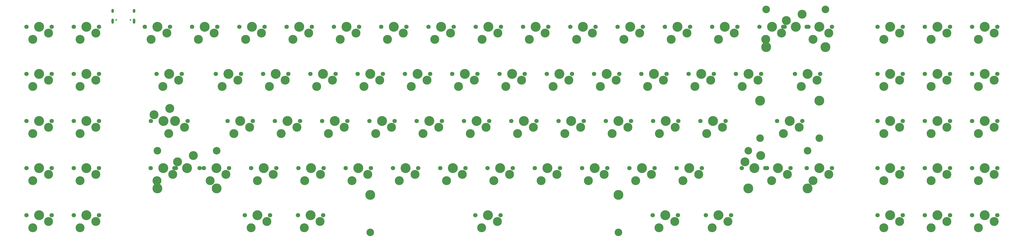
<source format=gbr>
%TF.GenerationSoftware,KiCad,Pcbnew,8.0.8*%
%TF.CreationDate,2025-04-01T14:15:57+02:00*%
%TF.ProjectId,xt_pcb,78745f70-6362-42e6-9b69-6361645f7063,rev?*%
%TF.SameCoordinates,Original*%
%TF.FileFunction,Soldermask,Top*%
%TF.FilePolarity,Negative*%
%FSLAX46Y46*%
G04 Gerber Fmt 4.6, Leading zero omitted, Abs format (unit mm)*
G04 Created by KiCad (PCBNEW 8.0.8) date 2025-04-01 14:15:57*
%MOMM*%
%LPD*%
G01*
G04 APERTURE LIST*
%ADD10C,1.750000*%
%ADD11C,4.000000*%
%ADD12C,3.600000*%
%ADD13C,3.048000*%
%ADD14C,3.987800*%
%ADD15C,0.650000*%
%ADD16O,1.000000X1.600000*%
%ADD17O,1.000000X2.100000*%
G04 APERTURE END LIST*
D10*
%TO.C,SW79*%
X442490000Y-147605000D03*
D11*
X437410000Y-147605000D03*
D10*
X432330000Y-147605000D03*
D12*
X441220000Y-150145000D03*
X434870000Y-152685000D03*
%TD*%
D10*
%TO.C,SW43*%
X99590000Y-128555000D03*
D11*
X94510000Y-128555000D03*
D10*
X89430000Y-128555000D03*
D12*
X98320000Y-131095000D03*
X91970000Y-133635000D03*
%TD*%
D13*
%TO.C,SW93*%
X361193250Y-140620000D03*
D14*
X361193250Y-155830000D03*
D13*
X385069250Y-140620000D03*
D14*
X385069250Y-155830000D03*
%TD*%
D10*
%TO.C,SW46*%
X180567500Y-128555000D03*
D11*
X175487500Y-128555000D03*
D10*
X170407500Y-128555000D03*
D12*
X179297500Y-131095000D03*
X172947500Y-133635000D03*
%TD*%
D10*
%TO.C,SW36*%
X375830000Y-90455000D03*
D11*
X370750000Y-90455000D03*
D10*
X365670000Y-90455000D03*
D12*
X374560000Y-92995000D03*
X368210000Y-95535000D03*
%TD*%
D10*
%TO.C,SW72*%
X228192500Y-147605000D03*
D11*
X223112500Y-147605000D03*
D10*
X218032500Y-147605000D03*
D12*
X226922500Y-150145000D03*
X220572500Y-152685000D03*
%TD*%
D10*
%TO.C,SW25*%
X156755000Y-109505000D03*
D11*
X151675000Y-109505000D03*
D10*
X146595000Y-109505000D03*
D12*
X155485000Y-112045000D03*
X149135000Y-114585000D03*
%TD*%
D10*
%TO.C,SW38*%
X423440000Y-109505000D03*
D11*
X418360000Y-109505000D03*
D10*
X413280000Y-109505000D03*
D12*
X422170000Y-112045000D03*
X415820000Y-114585000D03*
%TD*%
D10*
%TO.C,SW62*%
X366305000Y-109505000D03*
D11*
X361225000Y-109505000D03*
D10*
X356145000Y-109505000D03*
D12*
X365035000Y-112045000D03*
X358685000Y-114585000D03*
%TD*%
D10*
%TO.C,SW28*%
X213905000Y-109505000D03*
D11*
X208825000Y-109505000D03*
D10*
X203745000Y-109505000D03*
D12*
X212635000Y-112045000D03*
X206285000Y-114585000D03*
%TD*%
D10*
%TO.C,SW9*%
X204380000Y-90455000D03*
D11*
X199300000Y-90455000D03*
D10*
X194220000Y-90455000D03*
D12*
X203110000Y-92995000D03*
X196760000Y-95535000D03*
%TD*%
D10*
%TO.C,SW23*%
X99590000Y-109505000D03*
D11*
X94510000Y-109505000D03*
D10*
X89430000Y-109505000D03*
D12*
X98320000Y-112045000D03*
X91970000Y-114585000D03*
%TD*%
D10*
%TO.C,SW60*%
X342492500Y-147605000D03*
D11*
X337412500Y-147605000D03*
D10*
X332332500Y-147605000D03*
D12*
X341222500Y-150145000D03*
X334872500Y-152685000D03*
%TD*%
D10*
%TO.C,SW5*%
X128180000Y-90455000D03*
D11*
X123100000Y-90455000D03*
D10*
X118020000Y-90455000D03*
D12*
X126910000Y-92995000D03*
X120560000Y-95535000D03*
%TD*%
D10*
%TO.C,SW3*%
X80540000Y-90455000D03*
D11*
X75460000Y-90455000D03*
D10*
X70380000Y-90455000D03*
D12*
X79270000Y-92995000D03*
X72920000Y-95535000D03*
%TD*%
D10*
%TO.C,SW56*%
X382973750Y-128555000D03*
D11*
X377893750Y-128555000D03*
D10*
X372813750Y-128555000D03*
D12*
X381703750Y-131095000D03*
X375353750Y-133635000D03*
%TD*%
D10*
%TO.C,SW20*%
X442490000Y-90455000D03*
D11*
X437410000Y-90455000D03*
D10*
X432330000Y-90455000D03*
D12*
X441220000Y-92995000D03*
X434870000Y-95535000D03*
%TD*%
D10*
%TO.C,SW97*%
X358526250Y-147605000D03*
D11*
X363606250Y-147605000D03*
D10*
X368686250Y-147605000D03*
D12*
X359796250Y-145065000D03*
X366146250Y-142525000D03*
%TD*%
D10*
%TO.C,SW63*%
X130561250Y-147605000D03*
D11*
X125481250Y-147605000D03*
D10*
X120401250Y-147605000D03*
D12*
X129291250Y-150145000D03*
X122941250Y-152685000D03*
%TD*%
D10*
%TO.C,SW42*%
X80540000Y-128555000D03*
D11*
X75460000Y-128555000D03*
D10*
X70380000Y-128555000D03*
D12*
X79270000Y-131095000D03*
X72920000Y-133635000D03*
%TD*%
D10*
%TO.C,SW83*%
X168493750Y-166655000D03*
D11*
X163413750Y-166655000D03*
D10*
X158333750Y-166655000D03*
D12*
X167223750Y-169195000D03*
X160873750Y-171735000D03*
%TD*%
D10*
%TO.C,SW47*%
X199617500Y-128555000D03*
D11*
X194537500Y-128555000D03*
D10*
X189457500Y-128555000D03*
D12*
X198347500Y-131095000D03*
X191997500Y-133635000D03*
%TD*%
D10*
%TO.C,SW85*%
X261362500Y-166655000D03*
D11*
X256282500Y-166655000D03*
D10*
X251202500Y-166655000D03*
D12*
X260092500Y-169195000D03*
X253742500Y-171735000D03*
%TD*%
D10*
%TO.C,SW90*%
X461540000Y-166655000D03*
D11*
X456460000Y-166655000D03*
D10*
X451380000Y-166655000D03*
D12*
X460270000Y-169195000D03*
X453920000Y-171735000D03*
%TD*%
D10*
%TO.C,SW82*%
X99590000Y-166655000D03*
D11*
X94510000Y-166655000D03*
D10*
X89430000Y-166655000D03*
D12*
X98320000Y-169195000D03*
X91970000Y-171735000D03*
%TD*%
D10*
%TO.C,SW13*%
X280580000Y-90455000D03*
D11*
X275500000Y-90455000D03*
D10*
X270420000Y-90455000D03*
D12*
X279310000Y-92995000D03*
X272960000Y-95535000D03*
%TD*%
D10*
%TO.C,SW24*%
X132942500Y-109505000D03*
D11*
X127862500Y-109505000D03*
D10*
X122782500Y-109505000D03*
D12*
X131672500Y-112045000D03*
X125322500Y-114585000D03*
%TD*%
D13*
%TO.C,SW92*%
X389831750Y-135540000D03*
D14*
X389831750Y-120330000D03*
D13*
X365955750Y-135540000D03*
D14*
X365955750Y-120330000D03*
%TD*%
D10*
%TO.C,SW81*%
X80540000Y-166655000D03*
D11*
X75460000Y-166655000D03*
D10*
X70380000Y-166655000D03*
D12*
X79270000Y-169195000D03*
X72920000Y-171735000D03*
%TD*%
D10*
%TO.C,SW22*%
X80540000Y-109505000D03*
D11*
X75460000Y-109505000D03*
D10*
X70380000Y-109505000D03*
D12*
X79270000Y-112045000D03*
X72920000Y-114585000D03*
%TD*%
D10*
%TO.C,SW14*%
X299630000Y-90455000D03*
D11*
X294550000Y-90455000D03*
D10*
X289470000Y-90455000D03*
D12*
X298360000Y-92995000D03*
X292010000Y-95535000D03*
%TD*%
D10*
%TO.C,SW49*%
X237717500Y-128555000D03*
D11*
X232637500Y-128555000D03*
D10*
X227557500Y-128555000D03*
D12*
X236447500Y-131095000D03*
X230097500Y-133635000D03*
%TD*%
D10*
%TO.C,SW54*%
X332967500Y-128555000D03*
D11*
X327887500Y-128555000D03*
D10*
X322807500Y-128555000D03*
D12*
X331697500Y-131095000D03*
X325347500Y-133635000D03*
%TD*%
D10*
%TO.C,SW10*%
X223430000Y-90455000D03*
D11*
X218350000Y-90455000D03*
D10*
X213270000Y-90455000D03*
D12*
X222160000Y-92995000D03*
X215810000Y-95535000D03*
%TD*%
D10*
%TO.C,SW15*%
X318680000Y-90455000D03*
D11*
X313600000Y-90455000D03*
D10*
X308520000Y-90455000D03*
D12*
X317410000Y-92995000D03*
X311060000Y-95535000D03*
%TD*%
D10*
%TO.C,SW29*%
X232955000Y-109505000D03*
D11*
X227875000Y-109505000D03*
D10*
X222795000Y-109505000D03*
D12*
X231685000Y-112045000D03*
X225335000Y-114585000D03*
%TD*%
D10*
%TO.C,SW67*%
X99590000Y-147605000D03*
D11*
X94510000Y-147605000D03*
D10*
X89430000Y-147605000D03*
D12*
X98320000Y-150145000D03*
X91970000Y-152685000D03*
%TD*%
D10*
%TO.C,SW50*%
X256767500Y-128555000D03*
D11*
X251687500Y-128555000D03*
D10*
X246607500Y-128555000D03*
D12*
X255497500Y-131095000D03*
X249147500Y-133635000D03*
%TD*%
D10*
%TO.C,SW58*%
X442490000Y-128555000D03*
D11*
X437410000Y-128555000D03*
D10*
X432330000Y-128555000D03*
D12*
X441220000Y-131095000D03*
X434870000Y-133635000D03*
%TD*%
D10*
%TO.C,SW55*%
X352017500Y-128555000D03*
D11*
X346937500Y-128555000D03*
D10*
X341857500Y-128555000D03*
D12*
X350747500Y-131095000D03*
X344397500Y-133635000D03*
%TD*%
D10*
%TO.C,SW16*%
X337730000Y-90455000D03*
D11*
X332650000Y-90455000D03*
D10*
X327570000Y-90455000D03*
D12*
X336460000Y-92995000D03*
X330110000Y-95535000D03*
%TD*%
D13*
%TO.C,SW95*%
X123068250Y-140620000D03*
D14*
X123068250Y-155830000D03*
D13*
X146944250Y-140620000D03*
D14*
X146944250Y-155830000D03*
%TD*%
D10*
%TO.C,SW96*%
X378211250Y-147605000D03*
D11*
X373131250Y-147605000D03*
D10*
X368051250Y-147605000D03*
D12*
X376941250Y-150145000D03*
X370591250Y-152685000D03*
%TD*%
D10*
%TO.C,SW73*%
X247242500Y-147605000D03*
D11*
X242162500Y-147605000D03*
D10*
X237082500Y-147605000D03*
D12*
X245972500Y-150145000D03*
X239622500Y-152685000D03*
%TD*%
D10*
%TO.C,SW37*%
X390117500Y-109505000D03*
D11*
X385037500Y-109505000D03*
D10*
X379957500Y-109505000D03*
D12*
X388847500Y-112045000D03*
X382497500Y-114585000D03*
%TD*%
D10*
%TO.C,SW71*%
X209142500Y-147605000D03*
D11*
X204062500Y-147605000D03*
D10*
X198982500Y-147605000D03*
D12*
X207872500Y-150145000D03*
X201522500Y-152685000D03*
%TD*%
D10*
%TO.C,SW52*%
X294867500Y-128555000D03*
D11*
X289787500Y-128555000D03*
D10*
X284707500Y-128555000D03*
D12*
X293597500Y-131095000D03*
X287247500Y-133635000D03*
%TD*%
D10*
%TO.C,SW34*%
X328205000Y-109505000D03*
D11*
X323125000Y-109505000D03*
D10*
X318045000Y-109505000D03*
D12*
X326935000Y-112045000D03*
X320585000Y-114585000D03*
%TD*%
D13*
%TO.C,SW94*%
X368337000Y-83470000D03*
D14*
X368337000Y-98680000D03*
D13*
X392213000Y-83470000D03*
D14*
X392213000Y-98680000D03*
%TD*%
D10*
%TO.C,SW59*%
X461540000Y-128555000D03*
D11*
X456460000Y-128555000D03*
D10*
X451380000Y-128555000D03*
D12*
X460270000Y-131095000D03*
X453920000Y-133635000D03*
%TD*%
D10*
%TO.C,SW75*%
X285342500Y-147605000D03*
D11*
X280262500Y-147605000D03*
D10*
X275182500Y-147605000D03*
D12*
X284072500Y-150145000D03*
X277722500Y-152685000D03*
%TD*%
D10*
%TO.C,SW44*%
X120450000Y-128570000D03*
D11*
X125530000Y-128570000D03*
D10*
X130610000Y-128570000D03*
D12*
X121720000Y-126030000D03*
X128070000Y-123490000D03*
%TD*%
D10*
%TO.C,SW41*%
X135323750Y-128555000D03*
D11*
X130243750Y-128555000D03*
D10*
X125163750Y-128555000D03*
D12*
X134053750Y-131095000D03*
X127703750Y-133635000D03*
%TD*%
D10*
%TO.C,SW6*%
X147230000Y-90455000D03*
D11*
X142150000Y-90455000D03*
D10*
X137070000Y-90455000D03*
D12*
X145960000Y-92995000D03*
X139610000Y-95535000D03*
%TD*%
D10*
%TO.C,SW21*%
X461540000Y-90455000D03*
D11*
X456460000Y-90455000D03*
D10*
X451380000Y-90455000D03*
D12*
X460270000Y-92995000D03*
X453920000Y-95535000D03*
%TD*%
D10*
%TO.C,SW77*%
X323442500Y-147605000D03*
D11*
X318362500Y-147605000D03*
D10*
X313282500Y-147605000D03*
D12*
X322172500Y-150145000D03*
X315822500Y-152685000D03*
%TD*%
D10*
%TO.C,SW4*%
X99590000Y-90455000D03*
D11*
X94510000Y-90455000D03*
D10*
X89430000Y-90455000D03*
D12*
X98320000Y-92995000D03*
X91970000Y-95535000D03*
%TD*%
D10*
%TO.C,SW2*%
X394880000Y-90455000D03*
D11*
X389800000Y-90455000D03*
D10*
X384720000Y-90455000D03*
D12*
X393610000Y-92995000D03*
X387260000Y-95535000D03*
%TD*%
D10*
%TO.C,SW1*%
X375195000Y-90455000D03*
D11*
X380275000Y-90455000D03*
D10*
X385355000Y-90455000D03*
D12*
X376465000Y-87915000D03*
X382815000Y-85375000D03*
%TD*%
D10*
%TO.C,SW12*%
X261530000Y-90455000D03*
D11*
X256450000Y-90455000D03*
D10*
X251370000Y-90455000D03*
D12*
X260260000Y-92995000D03*
X253910000Y-95535000D03*
%TD*%
D10*
%TO.C,SW66*%
X80540000Y-147605000D03*
D11*
X75460000Y-147605000D03*
D10*
X70380000Y-147605000D03*
D12*
X79270000Y-150145000D03*
X72920000Y-152685000D03*
%TD*%
D10*
%TO.C,SW68*%
X151992500Y-147605000D03*
D11*
X146912500Y-147605000D03*
D10*
X141832500Y-147605000D03*
D12*
X150722500Y-150145000D03*
X144372500Y-152685000D03*
%TD*%
D10*
%TO.C,SW40*%
X461540000Y-109505000D03*
D11*
X456460000Y-109505000D03*
D10*
X451380000Y-109505000D03*
D12*
X460270000Y-112045000D03*
X453920000Y-114585000D03*
%TD*%
D10*
%TO.C,SW45*%
X161517500Y-128555000D03*
D11*
X156437500Y-128555000D03*
D10*
X151357500Y-128555000D03*
D12*
X160247500Y-131095000D03*
X153897500Y-133635000D03*
%TD*%
D10*
%TO.C,SW7*%
X166280000Y-90455000D03*
D11*
X161200000Y-90455000D03*
D10*
X156120000Y-90455000D03*
D12*
X165010000Y-92995000D03*
X158660000Y-95535000D03*
%TD*%
D10*
%TO.C,SW48*%
X218667500Y-128555000D03*
D11*
X213587500Y-128555000D03*
D10*
X208507500Y-128555000D03*
D12*
X217397500Y-131095000D03*
X211047500Y-133635000D03*
%TD*%
D10*
%TO.C,SW31*%
X271055000Y-109505000D03*
D11*
X265975000Y-109505000D03*
D10*
X260895000Y-109505000D03*
D12*
X269785000Y-112045000D03*
X263435000Y-114585000D03*
%TD*%
D10*
%TO.C,SW26*%
X175805000Y-109505000D03*
D11*
X170725000Y-109505000D03*
D10*
X165645000Y-109505000D03*
D12*
X174535000Y-112045000D03*
X168185000Y-114585000D03*
%TD*%
D10*
%TO.C,SW35*%
X347255000Y-109505000D03*
D11*
X342175000Y-109505000D03*
D10*
X337095000Y-109505000D03*
D12*
X345985000Y-112045000D03*
X339635000Y-114585000D03*
%TD*%
D10*
%TO.C,SW84*%
X189925000Y-166655000D03*
D11*
X184845000Y-166655000D03*
D10*
X179765000Y-166655000D03*
D12*
X188655000Y-169195000D03*
X182305000Y-171735000D03*
%TD*%
D10*
%TO.C,SW78*%
X423440000Y-147605000D03*
D11*
X418360000Y-147605000D03*
D10*
X413280000Y-147605000D03*
D12*
X422170000Y-150145000D03*
X415820000Y-152685000D03*
%TD*%
D10*
%TO.C,SW32*%
X290105000Y-109505000D03*
D11*
X285025000Y-109505000D03*
D10*
X279945000Y-109505000D03*
D12*
X288835000Y-112045000D03*
X282485000Y-114585000D03*
%TD*%
D10*
%TO.C,SW89*%
X442490000Y-166655000D03*
D11*
X437410000Y-166655000D03*
D10*
X432330000Y-166655000D03*
D12*
X441220000Y-169195000D03*
X434870000Y-171735000D03*
%TD*%
D10*
%TO.C,SW69*%
X171042500Y-147605000D03*
D11*
X165962500Y-147605000D03*
D10*
X160882500Y-147605000D03*
D12*
X169772500Y-150145000D03*
X163422500Y-152685000D03*
%TD*%
D10*
%TO.C,SW17*%
X356780000Y-90455000D03*
D11*
X351700000Y-90455000D03*
D10*
X346620000Y-90455000D03*
D12*
X355510000Y-92995000D03*
X349160000Y-95535000D03*
%TD*%
D10*
%TO.C,SW39*%
X442490000Y-109505000D03*
D11*
X437410000Y-109505000D03*
D10*
X432330000Y-109505000D03*
D12*
X441220000Y-112045000D03*
X434870000Y-114585000D03*
%TD*%
D10*
%TO.C,SW74*%
X266292500Y-147605000D03*
D11*
X261212500Y-147605000D03*
D10*
X256132500Y-147605000D03*
D12*
X265022500Y-150145000D03*
X258672500Y-152685000D03*
%TD*%
D10*
%TO.C,SW30*%
X252005000Y-109505000D03*
D11*
X246925000Y-109505000D03*
D10*
X241845000Y-109505000D03*
D12*
X250735000Y-112045000D03*
X244385000Y-114585000D03*
%TD*%
D10*
%TO.C,SW64*%
X394880000Y-147605000D03*
D11*
X389800000Y-147605000D03*
D10*
X384720000Y-147605000D03*
D12*
X393610000Y-150145000D03*
X387260000Y-152685000D03*
%TD*%
D10*
%TO.C,SW19*%
X423440000Y-90455000D03*
D11*
X418360000Y-90455000D03*
D10*
X413280000Y-90455000D03*
D12*
X422170000Y-92995000D03*
X415820000Y-95535000D03*
%TD*%
D10*
%TO.C,SW57*%
X423440000Y-128555000D03*
D11*
X418360000Y-128555000D03*
D10*
X413280000Y-128555000D03*
D12*
X422170000Y-131095000D03*
X415820000Y-133635000D03*
%TD*%
D10*
%TO.C,SW8*%
X185330000Y-90455000D03*
D11*
X180250000Y-90455000D03*
D10*
X175170000Y-90455000D03*
D12*
X184060000Y-92995000D03*
X177710000Y-95535000D03*
%TD*%
D10*
%TO.C,SW51*%
X275817500Y-128555000D03*
D11*
X270737500Y-128555000D03*
D10*
X265657500Y-128555000D03*
D12*
X274547500Y-131095000D03*
X268197500Y-133635000D03*
%TD*%
D10*
%TO.C,SW33*%
X309155000Y-109505000D03*
D11*
X304075000Y-109505000D03*
D10*
X298995000Y-109505000D03*
D12*
X307885000Y-112045000D03*
X301535000Y-114585000D03*
%TD*%
D10*
%TO.C,SW76*%
X304392500Y-147605000D03*
D11*
X299312500Y-147605000D03*
D10*
X294232500Y-147605000D03*
D12*
X303122500Y-150145000D03*
X296772500Y-152685000D03*
%TD*%
D10*
%TO.C,SW11*%
X242480000Y-90455000D03*
D11*
X237400000Y-90455000D03*
D10*
X232320000Y-90455000D03*
D12*
X241210000Y-92995000D03*
X234860000Y-95535000D03*
%TD*%
D10*
%TO.C,SW80*%
X461540000Y-147605000D03*
D11*
X456460000Y-147605000D03*
D10*
X451380000Y-147605000D03*
D12*
X460270000Y-150145000D03*
X453920000Y-152685000D03*
%TD*%
D10*
%TO.C,SW27*%
X194855000Y-109505000D03*
D11*
X189775000Y-109505000D03*
D10*
X184695000Y-109505000D03*
D12*
X193585000Y-112045000D03*
X187235000Y-114585000D03*
%TD*%
D10*
%TO.C,SW88*%
X423440000Y-166655000D03*
D11*
X418360000Y-166655000D03*
D10*
X413280000Y-166655000D03*
D12*
X422170000Y-169195000D03*
X415820000Y-171735000D03*
%TD*%
D10*
%TO.C,SW87*%
X354231250Y-166655000D03*
D11*
X349151250Y-166655000D03*
D10*
X344071250Y-166655000D03*
D12*
X352961250Y-169195000D03*
X346611250Y-171735000D03*
%TD*%
D10*
%TO.C,SW61*%
X129926250Y-147605000D03*
D11*
X135006250Y-147605000D03*
D10*
X140086250Y-147605000D03*
D12*
X131196250Y-145065000D03*
X137546250Y-142525000D03*
%TD*%
D10*
%TO.C,SW86*%
X332800000Y-166655000D03*
D11*
X327720000Y-166655000D03*
D10*
X322640000Y-166655000D03*
D12*
X331530000Y-169195000D03*
X325180000Y-171735000D03*
%TD*%
D10*
%TO.C,SW53*%
X313917500Y-128555000D03*
D11*
X308837500Y-128555000D03*
D10*
X303757500Y-128555000D03*
D12*
X312647500Y-131095000D03*
X306297500Y-133635000D03*
%TD*%
D13*
%TO.C,SW91*%
X308831250Y-173640000D03*
D14*
X308831250Y-158430000D03*
D13*
X208831250Y-173640000D03*
D14*
X208831250Y-158430000D03*
%TD*%
D10*
%TO.C,SW70*%
X190092500Y-147605000D03*
D11*
X185012500Y-147605000D03*
D10*
X179932500Y-147605000D03*
D12*
X188822500Y-150145000D03*
X182472500Y-152685000D03*
%TD*%
D15*
%TO.C,J2*%
X106515000Y-87675000D03*
X112295000Y-87675000D03*
D16*
X105085000Y-84025000D03*
D17*
X105085000Y-88205000D03*
D16*
X113725000Y-84025000D03*
D17*
X113725000Y-88205000D03*
%TD*%
M02*

</source>
